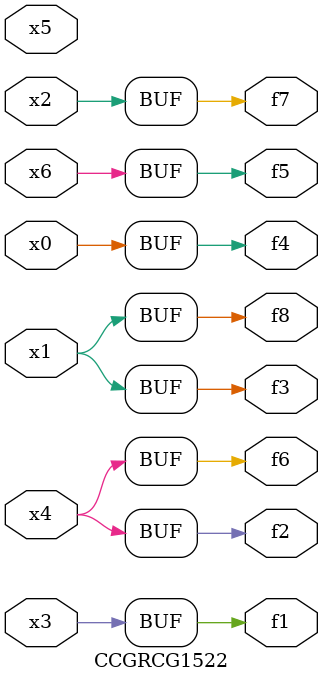
<source format=v>
module CCGRCG1522(
	input x0, x1, x2, x3, x4, x5, x6,
	output f1, f2, f3, f4, f5, f6, f7, f8
);
	assign f1 = x3;
	assign f2 = x4;
	assign f3 = x1;
	assign f4 = x0;
	assign f5 = x6;
	assign f6 = x4;
	assign f7 = x2;
	assign f8 = x1;
endmodule

</source>
